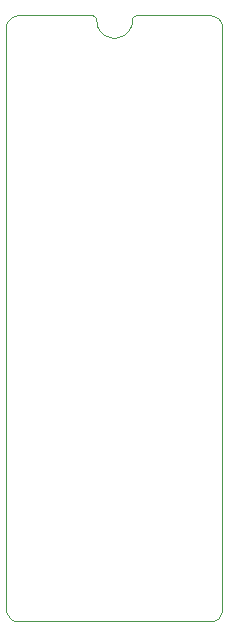
<source format=gm1>
G04*
G04 #@! TF.GenerationSoftware,Altium Limited,Altium Designer,21.0.9 (235)*
G04*
G04 Layer_Color=16711935*
%FSLAX25Y25*%
%MOIN*%
G70*
G04*
G04 #@! TF.SameCoordinates,CEEBEC93-FDC5-4B9E-8111-BC73F9B13B43*
G04*
G04*
G04 #@! TF.FilePolarity,Positive*
G04*
G01*
G75*
%ADD40C,0.00394*%
D40*
X4000Y202000D02*
X4000D01*
X4000D02*
X4000Y202000D01*
X30095Y200406D02*
X29881Y201203D01*
X29297Y201786D01*
X28500Y202000D01*
X68000Y202000D02*
X68000D01*
X68000D02*
X68000Y202000D01*
X43500D02*
X42703Y201786D01*
X42119Y201203D01*
X41906Y200406D01*
X30095D02*
X30175Y199434D01*
X30415Y198488D01*
X30806Y197595D01*
X31340Y196778D01*
X32000Y196061D01*
X32770Y195462D01*
X33628Y194997D01*
X34550Y194681D01*
X35512Y194520D01*
X36488D01*
X37450Y194681D01*
X38372Y194997D01*
X39230Y195462D01*
X40000Y196061D01*
X40660Y196778D01*
X41194Y197595D01*
X41585Y198488D01*
X41825Y199434D01*
X41906Y200406D01*
X0Y4000D02*
X136Y2965D01*
X536Y2000D01*
X1172Y1172D01*
X2000Y536D01*
X2965Y136D01*
X4000Y0D01*
Y202000D02*
X2965Y201864D01*
X2000Y201464D01*
X1172Y200828D01*
X536Y200000D01*
X136Y199035D01*
X0Y198000D01*
X72000D02*
X71864Y199035D01*
X71464Y200000D01*
X70828Y200828D01*
X70000Y201464D01*
X69035Y201864D01*
X68000Y202000D01*
Y0D02*
X69035Y136D01*
X70000Y536D01*
X70828Y1172D01*
X71464Y2000D01*
X71864Y2965D01*
X72000Y4000D01*
X4000Y202000D02*
X28500D01*
X43500D02*
X68000D01*
X72000Y4000D02*
Y198000D01*
X4000Y0D02*
X68000D01*
X0Y4000D02*
Y198000D01*
M02*

</source>
